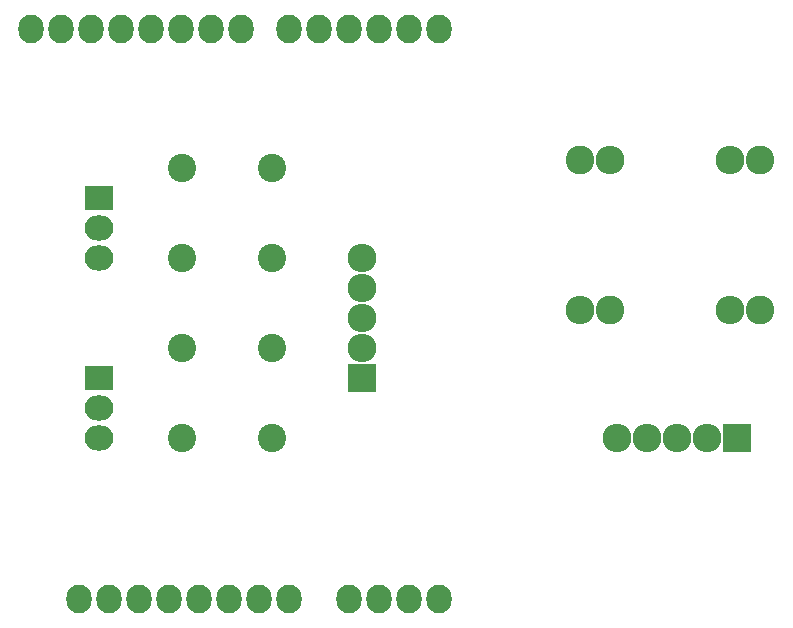
<source format=gts>
G04 This is an RS-274x file exported by *
G04 gerbv version 2.6.0 *
G04 More information is available about gerbv at *
G04 http://gerbv.gpleda.org/ *
G04 --End of header info--*
%MOIN*%
%FSLAX36Y36*%
%IPPOS*%
G04 --Define apertures--*
%ADD10C,0.0039*%
%ADD11R,0.0957X0.0957*%
%ADD12O,0.0957X0.0957*%
%ADD13O,0.0837X0.0957*%
%ADD14C,0.0944*%
%ADD15C,0.0957*%
%ADD16R,0.0957X0.0837*%
%ADD17O,0.0957X0.0837*%
G04 --Start main section--*
G54D11*
G01X7660000Y-4340000D03*
G54D12*
G01X7560000Y-4340000D03*
G01X7460000Y-4340000D03*
G01X7360000Y-4340000D03*
G01X7260000Y-4340000D03*
G54D13*
G01X5468000Y-4875000D03*
G01X5568000Y-4875000D03*
G01X5668000Y-4875000D03*
G01X5768000Y-4875000D03*
G01X5868000Y-4875000D03*
G01X5968000Y-4875000D03*
G01X6068000Y-4875000D03*
G01X6168000Y-4875000D03*
G01X6369000Y-4875000D03*
G01X6469000Y-4875000D03*
G01X6569000Y-4875000D03*
G01X6669000Y-4875000D03*
G01X6369000Y-2975000D03*
G01X6469000Y-2975000D03*
G01X6269000Y-2975000D03*
G01X6169000Y-2975000D03*
G01X6569000Y-2975000D03*
G01X6669000Y-2975000D03*
G01X5509000Y-2975000D03*
G01X5609000Y-2975000D03*
G01X5709000Y-2975000D03*
G01X6009000Y-2975000D03*
G01X5909000Y-2975000D03*
G01X5809000Y-2975000D03*
G01X5309000Y-2975000D03*
G01X5409000Y-2975000D03*
G54D14*
G01X6110000Y-3740000D03*
G01X5810000Y-3740000D03*
G54D15*
G01X7137795Y-3411775D03*
G54D12*
G01X7237795Y-3411775D03*
G54D14*
G01X6110000Y-4040000D03*
G01X5810000Y-4040000D03*
G54D15*
G01X7737795Y-3411775D03*
G54D12*
G01X7637795Y-3411775D03*
G54D14*
G01X6110000Y-3440000D03*
G01X5810000Y-3440000D03*
G54D15*
G01X7237795Y-3911775D03*
G54D12*
G01X7137795Y-3911775D03*
G54D14*
G01X6110000Y-4340000D03*
G01X5810000Y-4340000D03*
G54D15*
G01X7737795Y-3911775D03*
G54D12*
G01X7637795Y-3911775D03*
G54D16*
G01X5535000Y-4140000D03*
G54D17*
G01X5535000Y-4240000D03*
G01X5535000Y-4340000D03*
G54D16*
G01X5535000Y-3540000D03*
G54D17*
G01X5535000Y-3640000D03*
G01X5535000Y-3740000D03*
G54D11*
G01X6410000Y-4140000D03*
G54D12*
G01X6410000Y-4040000D03*
G01X6410000Y-3940000D03*
G01X6410000Y-3840000D03*
G01X6410000Y-3740000D03*
M02*

</source>
